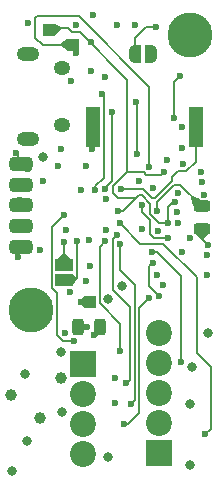
<source format=gbr>
%TF.GenerationSoftware,KiCad,Pcbnew,8.0.0*%
%TF.CreationDate,2024-10-09T20:58:18-07:00*%
%TF.ProjectId,LEO,4c454f2e-6b69-4636-9164-5f7063625858,rev?*%
%TF.SameCoordinates,Original*%
%TF.FileFunction,Copper,L1,Top*%
%TF.FilePolarity,Positive*%
%FSLAX46Y46*%
G04 Gerber Fmt 4.6, Leading zero omitted, Abs format (unit mm)*
G04 Created by KiCad (PCBNEW 8.0.0) date 2024-10-09 20:58:18*
%MOMM*%
%LPD*%
G01*
G04 APERTURE LIST*
G04 Aperture macros list*
%AMRoundRect*
0 Rectangle with rounded corners*
0 $1 Rounding radius*
0 $2 $3 $4 $5 $6 $7 $8 $9 X,Y pos of 4 corners*
0 Add a 4 corners polygon primitive as box body*
4,1,4,$2,$3,$4,$5,$6,$7,$8,$9,$2,$3,0*
0 Add four circle primitives for the rounded corners*
1,1,$1+$1,$2,$3*
1,1,$1+$1,$4,$5*
1,1,$1+$1,$6,$7*
1,1,$1+$1,$8,$9*
0 Add four rect primitives between the rounded corners*
20,1,$1+$1,$2,$3,$4,$5,0*
20,1,$1+$1,$4,$5,$6,$7,0*
20,1,$1+$1,$6,$7,$8,$9,0*
20,1,$1+$1,$8,$9,$2,$3,0*%
%AMFreePoly0*
4,1,19,0.500000,-0.750000,0.000000,-0.750000,0.000000,-0.744911,-0.071157,-0.744911,-0.207708,-0.704816,-0.327430,-0.627875,-0.420627,-0.520320,-0.479746,-0.390866,-0.500000,-0.250000,-0.500000,0.250000,-0.479746,0.390866,-0.420627,0.520320,-0.327430,0.627875,-0.207708,0.704816,-0.071157,0.744911,0.000000,0.744911,0.000000,0.750000,0.500000,0.750000,0.500000,-0.750000,0.500000,-0.750000,
$1*%
%AMFreePoly1*
4,1,19,0.000000,0.744911,0.071157,0.744911,0.207708,0.704816,0.327430,0.627875,0.420627,0.520320,0.479746,0.390866,0.500000,0.250000,0.500000,-0.250000,0.479746,-0.390866,0.420627,-0.520320,0.327430,-0.627875,0.207708,-0.704816,0.071157,-0.744911,0.000000,-0.744911,0.000000,-0.750000,-0.500000,-0.750000,-0.500000,0.750000,0.000000,0.750000,0.000000,0.744911,0.000000,0.744911,
$1*%
G04 Aperture macros list end*
%TA.AperFunction,SMDPad,CuDef*%
%ADD10R,1.300000X3.400000*%
%TD*%
%TA.AperFunction,SMDPad,CuDef*%
%ADD11FreePoly0,0.000000*%
%TD*%
%TA.AperFunction,SMDPad,CuDef*%
%ADD12FreePoly1,0.000000*%
%TD*%
%TA.AperFunction,SMDPad,CuDef*%
%ADD13R,1.000000X1.000000*%
%TD*%
%TA.AperFunction,ComponentPad*%
%ADD14R,2.200000X2.200000*%
%TD*%
%TA.AperFunction,ComponentPad*%
%ADD15C,2.200000*%
%TD*%
%TA.AperFunction,ComponentPad*%
%ADD16C,3.800000*%
%TD*%
%TA.AperFunction,SMDPad,CuDef*%
%ADD17RoundRect,0.410105X-0.589895X-0.214895X0.589895X-0.214895X0.589895X0.214895X-0.589895X0.214895X0*%
%TD*%
%TA.AperFunction,SMDPad,CuDef*%
%ADD18R,1.500000X1.000000*%
%TD*%
%TA.AperFunction,SMDPad,CuDef*%
%ADD19RoundRect,0.243750X0.243750X0.456250X-0.243750X0.456250X-0.243750X-0.456250X0.243750X-0.456250X0*%
%TD*%
%TA.AperFunction,SMDPad,CuDef*%
%ADD20RoundRect,0.243750X-0.456250X0.243750X-0.456250X-0.243750X0.456250X-0.243750X0.456250X0.243750X0*%
%TD*%
%TA.AperFunction,ComponentPad*%
%ADD21O,1.400000X1.200000*%
%TD*%
%TA.AperFunction,ComponentPad*%
%ADD22O,1.900000X1.200000*%
%TD*%
%TA.AperFunction,ViaPad*%
%ADD23C,0.600000*%
%TD*%
%TA.AperFunction,ViaPad*%
%ADD24C,0.800000*%
%TD*%
%TA.AperFunction,ViaPad*%
%ADD25C,1.000000*%
%TD*%
%TA.AperFunction,Conductor*%
%ADD26C,0.200000*%
%TD*%
G04 APERTURE END LIST*
D10*
%TO.P,BZ1,1,+*%
%TO.N,/BUZZER*%
X16320600Y29966000D03*
%TO.P,BZ1,2,-*%
%TO.N,GND*%
X7620600Y29966000D03*
%TD*%
D11*
%TO.P,J4,1,Pin_1*%
%TO.N,GND*%
X11229400Y36189000D03*
D12*
%TO.P,J4,2,Pin_2*%
%TO.N,/BOOTSEL*%
X12529400Y36189000D03*
%TD*%
D13*
%TO.P,TP1,1,1*%
%TO.N,/RUN*%
X7398600Y15157800D03*
%TD*%
D14*
%TO.P,J6,1,Pin_1*%
%TO.N,+BATT*%
X13240600Y2356200D03*
D15*
%TO.P,J6,2,Pin_2*%
%TO.N,/P4-*%
X13240600Y4896200D03*
%TO.P,J6,3,Pin_3*%
%TO.N,/P3-*%
X13240600Y7436200D03*
%TO.P,J6,4,Pin_4*%
%TO.N,/P2-*%
X13240600Y9976200D03*
%TO.P,J6,5,Pin_5*%
%TO.N,/P1-*%
X13240600Y12516200D03*
%TD*%
D16*
%TO.P,H1,1,1*%
%TO.N,GND*%
X15831400Y37763800D03*
%TD*%
D14*
%TO.P,J2,1,Pin_1*%
%TO.N,GND*%
X6763600Y9950800D03*
D15*
%TO.P,J2,2,Pin_2*%
%TO.N,/BATT RAW*%
X6763600Y7410800D03*
%TO.P,J2,3,Pin_3*%
X6763600Y4870800D03*
%TO.P,J2,4,Pin_4*%
%TO.N,/BATT POSTSW*%
X6763600Y2330800D03*
%TD*%
D17*
%TO.P,J5,1,Pin_1*%
%TO.N,/BRKOUT1*%
X1556600Y19846000D03*
%TO.P,J5,2,Pin_2*%
%TO.N,/BRKOUT2*%
X1556600Y21596000D03*
%TO.P,J5,3,Pin_3*%
%TO.N,/BRKOUT3*%
X1556600Y23346000D03*
%TO.P,J5,4,Pin_4*%
%TO.N,/BRKOUT4*%
X1556600Y25096000D03*
%TO.P,J5,5,Pin_5*%
%TO.N,GND*%
X1556600Y26846000D03*
%TD*%
D18*
%TO.P,J1,1,Pin_1*%
%TO.N,/SWCLK*%
X5188800Y17037400D03*
%TO.P,J1,2,Pin_2*%
%TO.N,/SWD*%
X5188800Y18337400D03*
%TD*%
D16*
%TO.P,H2,1,1*%
%TO.N,GND*%
X2369400Y14527100D03*
%TD*%
D13*
%TO.P,TP4,1,1*%
%TO.N,/SCL*%
X3918800Y38170200D03*
%TD*%
%TO.P,TP3,1,1*%
%TO.N,/SDA*%
X5950800Y36951000D03*
%TD*%
D19*
%TO.P,D2,1,K*%
%TO.N,GND*%
X8259900Y13075000D03*
%TO.P,D2,2,A*%
%TO.N,Net-(D2-A)*%
X6384900Y13075000D03*
%TD*%
D20*
%TO.P,D3,1,K*%
%TO.N,Net-(D3-K)*%
X16822000Y23258100D03*
%TO.P,D3,2,A*%
%TO.N,+3V3*%
X16822000Y21383100D03*
%TD*%
D21*
%TO.P,J7,6,Shield*%
%TO.N,unconnected-(J7-Shield-Pad6)*%
X5022900Y34951200D03*
%TO.P,J7,7*%
%TO.N,N/C*%
X5022900Y30111200D03*
D22*
%TO.P,J7,8*%
X2122900Y28931200D03*
%TO.P,J7,9*%
X2122900Y36131200D03*
%TD*%
D23*
%TO.N,GND*%
X2140800Y38805200D03*
D24*
X15882200Y1391000D03*
D23*
X2164350Y26384650D03*
X13142213Y21199832D03*
X13903568Y27165289D03*
X1124800Y27807000D03*
X17025200Y24251000D03*
D24*
X4985600Y5810600D03*
D23*
X15247200Y26841800D03*
X8744800Y23870000D03*
X5798400Y33877600D03*
X7043000Y16966400D03*
D24*
X17355400Y12516200D03*
X4909400Y10969400D03*
D25*
X700000Y7309200D03*
D23*
X3181600Y19552000D03*
X9659200Y38640400D03*
X4934800Y28111600D03*
D24*
X1845902Y9072000D03*
D23*
X8719400Y21228400D03*
X14790000Y24403400D03*
X12723875Y24810689D03*
D24*
X15856800Y6547200D03*
D23*
X7525600Y28086200D03*
X15856800Y20568000D03*
X17328337Y19127863D03*
X13546300Y16636000D03*
X9479400Y8757000D03*
X7703400Y12389200D03*
X12986600Y38475000D03*
X7673583Y39500000D03*
X15172622Y19424542D03*
X9479400Y6572600D03*
D24*
X15983800Y9646000D03*
D23*
X15170598Y29966000D03*
X7426596Y34745887D03*
D24*
X8946031Y15423255D03*
D23*
%TO.N,+3V3*%
X17330000Y20009200D03*
X11183200Y38640400D03*
X16829014Y25302541D03*
X7043000Y26638600D03*
X14866472Y21863400D03*
X5336798Y21253800D03*
X11538800Y25368600D03*
X17321802Y17418400D03*
X4712867Y26682713D03*
X11813713Y21375033D03*
X15172799Y28219141D03*
X8660488Y34185400D03*
D24*
X10131314Y16500714D03*
D23*
X5239600Y12567000D03*
X3360000Y25368600D03*
X16776655Y26151798D03*
X14728000Y22751539D03*
X7403100Y18217428D03*
D25*
X4916400Y8706200D03*
D23*
X13093792Y17414189D03*
X6179400Y38640400D03*
X5646000Y16037398D03*
%TO.N,+1V1*%
X7271600Y20415600D03*
X6585800Y24661802D03*
D25*
%TO.N,+BATT*%
X3182200Y5378800D03*
D23*
%TO.N,Net-(D2-A)*%
X7119200Y13075000D03*
%TO.N,/RUN*%
X6636600Y15157800D03*
%TO.N,/BOOTSEL*%
X12326200Y36468400D03*
%TO.N,/SWCLK*%
X6255600Y20364800D03*
%TO.N,/SWD*%
X5163400Y20263200D03*
%TO.N,/SCL*%
X13647000Y26206800D03*
X9786200Y22854000D03*
X14002600Y21888800D03*
X14600869Y23605318D03*
X7500200Y37205000D03*
%TO.N,/BRKOUT4*%
X2019986Y25057304D03*
%TO.N,/BRKOUT3*%
X1429600Y23819200D03*
%TO.N,/BRKOUT2*%
X1251800Y21965000D03*
%TO.N,/BRKOUT1*%
X1251800Y18942400D03*
%TO.N,/P1 EN *%
X9899000Y10992200D03*
X8641510Y20301980D03*
%TO.N,/P2 EN *%
X13189800Y15691200D03*
X12673173Y18505370D03*
%TO.N,/P3 EN *%
X15094800Y10052400D03*
X12615061Y19403494D03*
%TO.N,/P4 EN *%
X17154200Y3956400D03*
X9913200Y21812600D03*
%TO.N,/BATT SENSE *%
X5138000Y22549200D03*
X6001600Y11855800D03*
%TO.N,/P3 CONT *%
X9913200Y20060000D03*
X10844401Y6513201D03*
%TO.N,/P2 CONT *%
X10457800Y8294242D03*
X9659200Y20822000D03*
%TO.N,/QSPI_SS*%
X14993200Y34284000D03*
X14485200Y30753400D03*
%TO.N,/P4 CONT *%
X10218000Y4845400D03*
X12377000Y15513400D03*
%TO.N,Net-(D3-K)*%
X13088200Y22879400D03*
%TO.N,/SDA*%
X14002600Y20568000D03*
X11788200Y23342199D03*
X6230200Y36265200D03*
X12402400Y26562400D03*
%TO.N,/QSPI_SD1*%
X11234000Y32099600D03*
X11361000Y27730800D03*
%TO.N,/QSPI_SCLK*%
X9278200Y31286800D03*
X8617800Y24733600D03*
%TO.N,/QSPI_SD3*%
X7819824Y24678283D03*
X8414600Y32785400D03*
%TO.N,/BUZZER*%
X9964000Y24708200D03*
D24*
%TO.N,VBUS*%
X769200Y883000D03*
X3436200Y27400600D03*
%TO.N,Net-(D1-K)*%
X8897200Y2051400D03*
X2064600Y3372200D03*
%TD*%
D26*
%TO.N,GND*%
X11193600Y36762800D02*
X11193600Y37517800D01*
X12150800Y38475000D02*
X12986600Y38475000D01*
X11193600Y37517800D02*
X12150800Y38475000D01*
X8259900Y12945700D02*
X7703400Y12389200D01*
X1251800Y27680000D02*
X1124800Y27807000D01*
X1251800Y26922200D02*
X1251800Y27680000D01*
%TO.N,+3V3*%
X16796600Y20542600D02*
X17330000Y20009200D01*
X16796600Y21662500D02*
X16796600Y20542600D01*
%TO.N,/RUN*%
X6636600Y15157800D02*
X7398600Y15157800D01*
%TO.N,/SWCLK*%
X6138800Y17037400D02*
X6255600Y17154200D01*
X6255600Y17154200D02*
X6255600Y20364800D01*
X5188800Y17037400D02*
X6138800Y17037400D01*
%TO.N,/SWD*%
X5163400Y20263200D02*
X5163400Y18362800D01*
%TO.N,/SCL*%
X14002600Y21888800D02*
X13230271Y21888800D01*
X9760800Y23946200D02*
X9354400Y24352600D01*
X14379804Y23605318D02*
X14600869Y23605318D01*
X10537871Y26130600D02*
X11985671Y26130600D01*
X9354400Y24352600D02*
X9354400Y24947129D01*
X10537871Y33963929D02*
X6515375Y37986425D01*
X12163471Y25952800D02*
X13393000Y25952800D01*
X13230271Y21888800D02*
X12488200Y22630871D01*
X12488200Y23490728D02*
X11778728Y24200200D01*
X10537871Y26130600D02*
X10537871Y33963929D01*
X14002600Y23228114D02*
X14379804Y23605318D01*
X11778728Y24200200D02*
X11538800Y24200200D01*
X11284800Y23946200D02*
X9760800Y23946200D01*
X10192600Y22854000D02*
X9786200Y22854000D01*
X11985671Y26130600D02*
X12163471Y25952800D01*
X5479400Y38373400D02*
X3537800Y38373400D01*
X13393000Y25952800D02*
X13647000Y26206800D01*
X11284800Y23946200D02*
X10192600Y22854000D01*
X5866375Y37986425D02*
X5479400Y38373400D01*
X11538800Y24200200D02*
X11284800Y23946200D01*
X14002600Y21888800D02*
X14002600Y23228114D01*
X9354400Y24947129D02*
X10537871Y26130600D01*
X12488200Y22630871D02*
X12488200Y23490728D01*
X6515375Y37986425D02*
X5866375Y37986425D01*
%TO.N,/BRKOUT2*%
X1251800Y21965000D02*
X1251800Y21672200D01*
%TO.N,/P1 EN *%
X8641510Y20301980D02*
X8198600Y19859070D01*
X9899000Y13338915D02*
X9899000Y10992200D01*
X8198600Y15039315D02*
X9899000Y13338915D01*
X8198600Y19859070D02*
X8198600Y15039315D01*
%TO.N,/P2 EN *%
X13189800Y15691200D02*
X12393792Y16487208D01*
X12393792Y18225989D02*
X12673173Y18505370D01*
X12393792Y16487208D02*
X12393792Y18225989D01*
%TO.N,/P3 EN *%
X15094800Y17367600D02*
X13058906Y19403494D01*
X15094800Y10052400D02*
X15094800Y17367600D01*
X13058906Y19403494D02*
X12615061Y19403494D01*
%TO.N,/P4 EN *%
X17634800Y4437000D02*
X17154200Y3956400D01*
X13581768Y20099832D02*
X16441000Y17240600D01*
X11625968Y20099832D02*
X13581768Y20099832D01*
X9913200Y21812600D02*
X11625968Y20099832D01*
X17634800Y9646000D02*
X17634800Y4437000D01*
X16441000Y17240600D02*
X16441000Y10839800D01*
X16441000Y10839800D02*
X17634800Y9646000D01*
%TO.N,/BATT SENSE *%
X4138800Y16385600D02*
X4138800Y21550000D01*
X4569400Y12388671D02*
X4569400Y15955000D01*
X4138800Y21550000D02*
X5138000Y22549200D01*
X6001600Y11855800D02*
X5102271Y11855800D01*
X4569400Y15955000D02*
X4138800Y16385600D01*
X5102271Y11855800D02*
X4569400Y12388671D01*
%TO.N,/P3 CONT *%
X11157800Y6826600D02*
X11157800Y16605600D01*
X11157800Y16605600D02*
X9913200Y17850200D01*
X10844401Y6513201D02*
X11157800Y6826600D01*
X9913200Y17850200D02*
X9913200Y20060000D01*
%TO.N,/P2 CONT *%
X9313200Y20476000D02*
X9313200Y16187457D01*
X10757800Y14742857D02*
X10757800Y8594242D01*
X10757800Y8594242D02*
X10457800Y8294242D01*
X9659200Y20822000D02*
X9313200Y20476000D01*
X9313200Y16187457D02*
X10757800Y14742857D01*
%TO.N,/QSPI_SS*%
X14485200Y30753400D02*
X14485200Y33776000D01*
X14485200Y33776000D02*
X14993200Y34284000D01*
%TO.N,/P4 CONT *%
X11557800Y14694200D02*
X12377000Y15513400D01*
X10218000Y4845400D02*
X10624400Y4845400D01*
X11557800Y5778800D02*
X11557800Y14694200D01*
X10624400Y4845400D02*
X11557800Y5778800D01*
%TO.N,Net-(D3-K)*%
X13088200Y23619379D02*
X14534310Y25065490D01*
X14534310Y25065490D02*
X15014610Y25065490D01*
X15014610Y25065490D02*
X16822000Y23258100D01*
X13088200Y22879400D02*
X13088200Y23619379D01*
%TO.N,/SDA*%
X3360200Y36951000D02*
X5950800Y36951000D01*
X11788200Y22765185D02*
X11788200Y23342199D01*
X2762550Y39173400D02*
X2762550Y37548650D01*
X12402400Y26562400D02*
X12402400Y33407350D01*
X14002600Y20568000D02*
X12784095Y20568000D01*
X12442213Y20909882D02*
X12442213Y22111172D01*
X12402400Y33407350D02*
X6469350Y39340400D01*
X12784095Y20568000D02*
X12442213Y20909882D01*
X6469350Y39340400D02*
X2929550Y39340400D01*
X2929550Y39340400D02*
X2762550Y39173400D01*
X2762550Y37548650D02*
X3360200Y36951000D01*
X12442213Y22111172D02*
X11788200Y22765185D01*
%TO.N,/QSPI_SD1*%
X11361000Y31972600D02*
X11234000Y32099600D01*
X11361000Y27730800D02*
X11361000Y31972600D01*
%TO.N,/QSPI_SCLK*%
X8617800Y24776215D02*
X8617800Y24733600D01*
X9278200Y25436615D02*
X8617800Y24776215D01*
X9278200Y31286800D02*
X9278200Y25436615D01*
%TO.N,/QSPI_SD3*%
X8570600Y25701750D02*
X7819824Y24950974D01*
X8414600Y32785400D02*
X8570600Y32629400D01*
X8570600Y32629400D02*
X8570600Y25701750D01*
X7819824Y24950974D02*
X7819824Y24678283D01*
%TO.N,/BUZZER*%
X9964000Y24708200D02*
X11836414Y24708200D01*
X16320600Y27051600D02*
X16320600Y29966000D01*
X12845335Y23942199D02*
X14332800Y25429664D01*
X14332800Y25740474D02*
X14834126Y26241800D01*
X14332800Y25429664D02*
X14332800Y25740474D01*
X14834126Y26241800D02*
X15510800Y26241800D01*
X11836414Y24708200D02*
X12602415Y23942199D01*
X12602415Y23942199D02*
X12845335Y23942199D01*
X15510800Y26241800D02*
X16320600Y27051600D01*
%TD*%
%TA.AperFunction,Conductor*%
%TO.N,/SCL*%
G36*
X4425926Y38667396D02*
G01*
X4911385Y38476319D01*
X4917828Y38470100D01*
X4918800Y38465432D01*
X4918800Y38278168D01*
X4915468Y38269991D01*
X4426273Y37769353D01*
X4418040Y37765831D01*
X4410512Y37768462D01*
X3927846Y38162009D01*
X3923600Y38169893D01*
X3926172Y38178471D01*
X3926962Y38179345D01*
X4413379Y38664790D01*
X4421654Y38668208D01*
X4425926Y38667396D01*
G37*
%TD.AperFunction*%
%TD*%
%TA.AperFunction,Conductor*%
%TO.N,/SWCLK*%
G36*
X5945489Y17528906D02*
G01*
X6184888Y17224911D01*
X6318772Y17091027D01*
X6322199Y17082754D01*
X6319504Y17075284D01*
X5945020Y16623807D01*
X5937101Y16619628D01*
X5930298Y16621069D01*
X5204767Y17027356D01*
X5199223Y17034388D01*
X5200276Y17043281D01*
X5203990Y17047297D01*
X5929806Y17531402D01*
X5938589Y17533140D01*
X5945489Y17528906D01*
G37*
%TD.AperFunction*%
%TD*%
%TA.AperFunction,Conductor*%
%TO.N,/SWD*%
G36*
X5266161Y19333973D02*
G01*
X5266910Y19333149D01*
X5669568Y18845490D01*
X5672193Y18836929D01*
X5668932Y18829882D01*
X5196975Y18344803D01*
X5188749Y18341263D01*
X5180430Y18344576D01*
X5180413Y18344593D01*
X4683388Y18830111D01*
X4679865Y18838343D01*
X4682315Y18845645D01*
X5059887Y19332868D01*
X5067663Y19337307D01*
X5069135Y19337400D01*
X5257888Y19337400D01*
X5266161Y19333973D01*
G37*
%TD.AperFunction*%
%TD*%
%TA.AperFunction,Conductor*%
%TO.N,/SDA*%
G36*
X5458204Y37443610D02*
G01*
X5943502Y36959281D01*
X5946937Y36951012D01*
X5943518Y36942735D01*
X5943502Y36942719D01*
X5458204Y36458391D01*
X5449927Y36454972D01*
X5442630Y36457536D01*
X4955191Y36847488D01*
X4950872Y36855332D01*
X4950800Y36856624D01*
X4950800Y37045377D01*
X4954227Y37053650D01*
X4955191Y37054513D01*
X5442631Y37444466D01*
X5451231Y37446957D01*
X5458204Y37443610D01*
G37*
%TD.AperFunction*%
%TD*%
%TA.AperFunction,Conductor*%
%TO.N,Net-(D3-K)*%
G36*
X16072960Y24152724D02*
G01*
X16666863Y23898466D01*
X16671092Y23895377D01*
X16694072Y23868857D01*
X16815147Y23791047D01*
X16921894Y23759704D01*
X16953238Y23750500D01*
X17008472Y23750500D01*
X17016745Y23747073D01*
X17020172Y23738800D01*
X17019289Y23734344D01*
X16940765Y23543828D01*
X16825743Y23264761D01*
X16819422Y23258418D01*
X16814738Y23257522D01*
X16130852Y23268529D01*
X16122635Y23272088D01*
X16119731Y23277228D01*
X15925986Y24007909D01*
X15927178Y24016784D01*
X15929018Y24019177D01*
X16060083Y24150242D01*
X16068355Y24153668D01*
X16072960Y24152724D01*
G37*
%TD.AperFunction*%
%TD*%
%TA.AperFunction,Conductor*%
%TO.N,+3V3*%
G36*
X16829868Y21376046D02*
G01*
X17336840Y20917225D01*
X17340674Y20909133D01*
X17337664Y20900699D01*
X17337341Y20900356D01*
X16962416Y20518205D01*
X16962337Y20518126D01*
X16829858Y20385648D01*
X16821585Y20382221D01*
X16813312Y20385648D01*
X16812762Y20386237D01*
X16376032Y20887676D01*
X16373183Y20896165D01*
X16376270Y20903309D01*
X16813433Y21375322D01*
X16821569Y21379062D01*
X16829868Y21376046D01*
G37*
%TD.AperFunction*%
%TD*%
%TA.AperFunction,Conductor*%
%TO.N,/RUN*%
G36*
X6906921Y15649151D02*
G01*
X6908775Y15647645D01*
X7391302Y15166081D01*
X7394737Y15157812D01*
X7391318Y15149535D01*
X7391302Y15149519D01*
X6908775Y14667956D01*
X6900498Y14664537D01*
X6892229Y14667972D01*
X6890723Y14669826D01*
X6638513Y15054880D01*
X6636600Y15061291D01*
X6636600Y15254310D01*
X6638513Y15260721D01*
X6890724Y15645776D01*
X6898122Y15650818D01*
X6906921Y15649151D01*
G37*
%TD.AperFunction*%
%TD*%
%TA.AperFunction,Conductor*%
%TO.N,GND*%
G36*
X7785397Y13243198D02*
G01*
X8253474Y13078222D01*
X8260137Y13072240D01*
X8261243Y13068171D01*
X8318778Y12386440D01*
X8316059Y12377908D01*
X8308324Y12373818D01*
X7779651Y12319064D01*
X7771069Y12321621D01*
X7770173Y12322429D01*
X7637001Y12455601D01*
X7633574Y12463874D01*
X7633753Y12465908D01*
X7769993Y13234208D01*
X7774810Y13241753D01*
X7783555Y13243682D01*
X7785397Y13243198D01*
G37*
%TD.AperFunction*%
%TD*%
M02*

</source>
